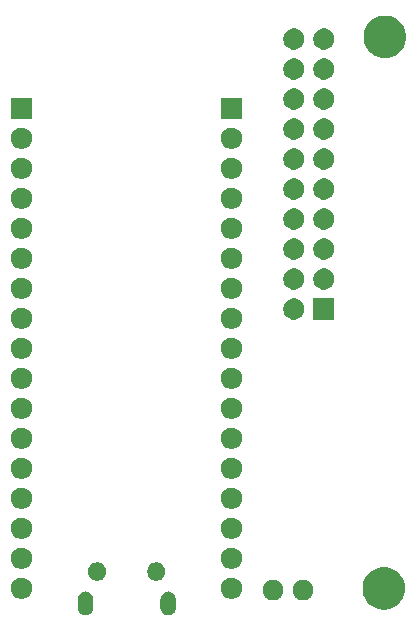
<source format=gbr>
G04 #@! TF.GenerationSoftware,KiCad,Pcbnew,(5.1.5-0-10_14)*
G04 #@! TF.CreationDate,2020-02-28T10:22:06-08:00*
G04 #@! TF.ProjectId,esp-prog,6573702d-7072-46f6-972e-6b696361645f,rev?*
G04 #@! TF.SameCoordinates,Original*
G04 #@! TF.FileFunction,Soldermask,Bot*
G04 #@! TF.FilePolarity,Negative*
%FSLAX46Y46*%
G04 Gerber Fmt 4.6, Leading zero omitted, Abs format (unit mm)*
G04 Created by KiCad (PCBNEW (5.1.5-0-10_14)) date 2020-02-28 10:22:06*
%MOMM*%
%LPD*%
G04 APERTURE LIST*
%ADD10C,0.127000*%
G04 APERTURE END LIST*
D10*
G36*
X35027618Y-70895920D02*
G01*
X35118404Y-70923460D01*
X35150336Y-70933146D01*
X35263425Y-70993594D01*
X35362554Y-71074946D01*
X35443906Y-71174075D01*
X35504354Y-71287164D01*
X35514040Y-71319096D01*
X35541580Y-71409882D01*
X35551000Y-71505527D01*
X35551000Y-72269473D01*
X35541580Y-72365118D01*
X35514040Y-72455904D01*
X35504354Y-72487836D01*
X35443906Y-72600925D01*
X35362554Y-72700053D01*
X35263424Y-72781406D01*
X35150335Y-72841854D01*
X35118403Y-72851540D01*
X35027617Y-72879080D01*
X34900000Y-72891649D01*
X34772382Y-72879080D01*
X34681596Y-72851540D01*
X34649664Y-72841854D01*
X34536575Y-72781406D01*
X34437447Y-72700054D01*
X34356094Y-72600924D01*
X34295646Y-72487835D01*
X34276161Y-72423600D01*
X34258420Y-72365117D01*
X34249000Y-72269472D01*
X34249000Y-71505527D01*
X34258420Y-71409882D01*
X34295645Y-71287168D01*
X34350601Y-71184354D01*
X34356095Y-71174075D01*
X34437447Y-71074946D01*
X34536576Y-70993594D01*
X34649665Y-70933146D01*
X34681597Y-70923460D01*
X34772383Y-70895920D01*
X34900000Y-70883351D01*
X35027618Y-70895920D01*
G37*
G36*
X42027617Y-70895920D02*
G01*
X42118403Y-70923460D01*
X42150335Y-70933146D01*
X42263424Y-70993594D01*
X42362554Y-71074947D01*
X42443906Y-71174075D01*
X42504354Y-71287164D01*
X42514040Y-71319096D01*
X42541580Y-71409882D01*
X42551000Y-71505527D01*
X42551000Y-72269473D01*
X42541580Y-72365118D01*
X42514040Y-72455904D01*
X42504354Y-72487836D01*
X42443906Y-72600925D01*
X42362554Y-72700054D01*
X42263425Y-72781406D01*
X42150336Y-72841854D01*
X42118404Y-72851540D01*
X42027618Y-72879080D01*
X41900000Y-72891649D01*
X41772383Y-72879080D01*
X41681597Y-72851540D01*
X41649665Y-72841854D01*
X41536576Y-72781406D01*
X41437447Y-72700054D01*
X41356095Y-72600925D01*
X41295648Y-72487837D01*
X41295645Y-72487832D01*
X41258420Y-72365118D01*
X41249000Y-72269473D01*
X41249000Y-71505528D01*
X41258420Y-71409883D01*
X41295645Y-71287169D01*
X41295646Y-71287165D01*
X41356094Y-71174076D01*
X41437447Y-71074946D01*
X41536575Y-70993594D01*
X41649664Y-70933146D01*
X41681596Y-70923460D01*
X41772382Y-70895920D01*
X41900000Y-70883351D01*
X42027617Y-70895920D01*
G37*
G36*
X60365366Y-68819926D02*
G01*
X60696091Y-68885711D01*
X61024325Y-69021670D01*
X61319728Y-69219052D01*
X61570948Y-69470272D01*
X61768330Y-69765675D01*
X61904289Y-70093909D01*
X61923654Y-70191264D01*
X61973600Y-70442360D01*
X61973600Y-70797640D01*
X61958647Y-70872812D01*
X61904289Y-71146091D01*
X61768330Y-71474325D01*
X61570948Y-71769728D01*
X61319728Y-72020948D01*
X61024325Y-72218330D01*
X60696091Y-72354289D01*
X60521865Y-72388945D01*
X60347640Y-72423600D01*
X59992360Y-72423600D01*
X59818135Y-72388945D01*
X59643909Y-72354289D01*
X59315675Y-72218330D01*
X59020272Y-72020948D01*
X58769052Y-71769728D01*
X58571670Y-71474325D01*
X58435711Y-71146091D01*
X58381353Y-70872812D01*
X58366400Y-70797640D01*
X58366400Y-70442360D01*
X58416346Y-70191264D01*
X58435711Y-70093909D01*
X58571670Y-69765675D01*
X58769052Y-69470272D01*
X59020272Y-69219052D01*
X59315675Y-69021670D01*
X59643909Y-68885711D01*
X59974634Y-68819926D01*
X59992360Y-68816400D01*
X60347640Y-68816400D01*
X60365366Y-68819926D01*
G37*
G36*
X50950997Y-69890342D02*
G01*
X51035666Y-69907183D01*
X51099632Y-69933679D01*
X51195177Y-69973255D01*
X51338736Y-70069178D01*
X51460822Y-70191264D01*
X51556745Y-70334823D01*
X51622817Y-70494335D01*
X51656500Y-70663671D01*
X51656500Y-70836329D01*
X51622817Y-71005665D01*
X51556745Y-71165177D01*
X51460822Y-71308736D01*
X51338736Y-71430822D01*
X51195177Y-71526745D01*
X51101738Y-71565449D01*
X51035666Y-71592817D01*
X50950997Y-71609658D01*
X50866329Y-71626500D01*
X50693671Y-71626500D01*
X50609003Y-71609658D01*
X50524334Y-71592817D01*
X50458262Y-71565449D01*
X50364823Y-71526745D01*
X50221264Y-71430822D01*
X50099178Y-71308736D01*
X50003255Y-71165177D01*
X49937183Y-71005665D01*
X49903500Y-70836329D01*
X49903500Y-70663671D01*
X49937183Y-70494335D01*
X50003255Y-70334823D01*
X50099178Y-70191264D01*
X50221264Y-70069178D01*
X50364823Y-69973255D01*
X50460368Y-69933679D01*
X50524334Y-69907183D01*
X50609003Y-69890342D01*
X50693671Y-69873500D01*
X50866329Y-69873500D01*
X50950997Y-69890342D01*
G37*
G36*
X53490997Y-69890342D02*
G01*
X53575666Y-69907183D01*
X53639632Y-69933679D01*
X53735177Y-69973255D01*
X53878736Y-70069178D01*
X54000822Y-70191264D01*
X54096745Y-70334823D01*
X54162817Y-70494335D01*
X54196500Y-70663671D01*
X54196500Y-70836329D01*
X54162817Y-71005665D01*
X54096745Y-71165177D01*
X54000822Y-71308736D01*
X53878736Y-71430822D01*
X53735177Y-71526745D01*
X53641738Y-71565449D01*
X53575666Y-71592817D01*
X53490997Y-71609658D01*
X53406329Y-71626500D01*
X53233671Y-71626500D01*
X53149003Y-71609658D01*
X53064334Y-71592817D01*
X52998262Y-71565449D01*
X52904823Y-71526745D01*
X52761264Y-71430822D01*
X52639178Y-71308736D01*
X52543255Y-71165177D01*
X52477183Y-71005665D01*
X52443500Y-70836329D01*
X52443500Y-70663671D01*
X52477183Y-70494335D01*
X52543255Y-70334823D01*
X52639178Y-70191264D01*
X52761264Y-70069178D01*
X52904823Y-69973255D01*
X53000368Y-69933679D01*
X53064334Y-69907183D01*
X53149003Y-69890342D01*
X53233671Y-69873500D01*
X53406329Y-69873500D01*
X53490997Y-69890342D01*
G37*
G36*
X47363512Y-69713927D02*
G01*
X47512812Y-69743624D01*
X47676784Y-69811544D01*
X47824354Y-69910147D01*
X47949853Y-70035646D01*
X48048456Y-70183216D01*
X48116376Y-70347188D01*
X48151000Y-70521259D01*
X48151000Y-70698741D01*
X48116376Y-70872812D01*
X48048456Y-71036784D01*
X47949853Y-71184354D01*
X47824354Y-71309853D01*
X47676784Y-71408456D01*
X47512812Y-71476376D01*
X47366261Y-71505526D01*
X47338742Y-71511000D01*
X47161258Y-71511000D01*
X47133739Y-71505526D01*
X46987188Y-71476376D01*
X46823216Y-71408456D01*
X46675646Y-71309853D01*
X46550147Y-71184354D01*
X46451544Y-71036784D01*
X46383624Y-70872812D01*
X46349000Y-70698741D01*
X46349000Y-70521259D01*
X46383624Y-70347188D01*
X46451544Y-70183216D01*
X46550147Y-70035646D01*
X46675646Y-69910147D01*
X46823216Y-69811544D01*
X46987188Y-69743624D01*
X47136488Y-69713927D01*
X47161258Y-69709000D01*
X47338742Y-69709000D01*
X47363512Y-69713927D01*
G37*
G36*
X29583512Y-69713927D02*
G01*
X29732812Y-69743624D01*
X29896784Y-69811544D01*
X30044354Y-69910147D01*
X30169853Y-70035646D01*
X30268456Y-70183216D01*
X30336376Y-70347188D01*
X30371000Y-70521259D01*
X30371000Y-70698741D01*
X30336376Y-70872812D01*
X30268456Y-71036784D01*
X30169853Y-71184354D01*
X30044354Y-71309853D01*
X29896784Y-71408456D01*
X29732812Y-71476376D01*
X29586261Y-71505526D01*
X29558742Y-71511000D01*
X29381258Y-71511000D01*
X29353739Y-71505526D01*
X29207188Y-71476376D01*
X29043216Y-71408456D01*
X28895646Y-71309853D01*
X28770147Y-71184354D01*
X28671544Y-71036784D01*
X28603624Y-70872812D01*
X28569000Y-70698741D01*
X28569000Y-70521259D01*
X28603624Y-70347188D01*
X28671544Y-70183216D01*
X28770147Y-70035646D01*
X28895646Y-69910147D01*
X29043216Y-69811544D01*
X29207188Y-69743624D01*
X29356488Y-69713927D01*
X29381258Y-69709000D01*
X29558742Y-69709000D01*
X29583512Y-69713927D01*
G37*
G36*
X36126348Y-68441320D02*
G01*
X36126350Y-68441321D01*
X36126351Y-68441321D01*
X36267574Y-68499817D01*
X36267577Y-68499819D01*
X36394669Y-68584739D01*
X36502761Y-68692831D01*
X36554225Y-68769853D01*
X36587683Y-68819926D01*
X36646179Y-68961149D01*
X36646180Y-68961152D01*
X36676000Y-69111069D01*
X36676000Y-69263929D01*
X36646179Y-69413851D01*
X36587683Y-69555074D01*
X36587681Y-69555077D01*
X36502761Y-69682169D01*
X36394669Y-69790261D01*
X36270093Y-69873500D01*
X36267574Y-69875183D01*
X36126351Y-69933679D01*
X36126350Y-69933679D01*
X36126348Y-69933680D01*
X35976431Y-69963500D01*
X35823569Y-69963500D01*
X35673652Y-69933680D01*
X35673650Y-69933679D01*
X35673649Y-69933679D01*
X35532426Y-69875183D01*
X35529907Y-69873500D01*
X35405331Y-69790261D01*
X35297239Y-69682169D01*
X35212319Y-69555077D01*
X35212317Y-69555074D01*
X35153821Y-69413851D01*
X35124000Y-69263929D01*
X35124000Y-69111069D01*
X35153820Y-68961152D01*
X35153821Y-68961149D01*
X35212317Y-68819926D01*
X35245775Y-68769853D01*
X35297239Y-68692831D01*
X35405331Y-68584739D01*
X35532423Y-68499819D01*
X35532426Y-68499817D01*
X35673649Y-68441321D01*
X35673650Y-68441321D01*
X35673652Y-68441320D01*
X35823569Y-68411500D01*
X35976431Y-68411500D01*
X36126348Y-68441320D01*
G37*
G36*
X41126348Y-68441320D02*
G01*
X41126350Y-68441321D01*
X41126351Y-68441321D01*
X41267574Y-68499817D01*
X41267577Y-68499819D01*
X41394669Y-68584739D01*
X41502761Y-68692831D01*
X41554225Y-68769853D01*
X41587683Y-68819926D01*
X41646179Y-68961149D01*
X41646180Y-68961152D01*
X41676000Y-69111069D01*
X41676000Y-69263929D01*
X41646179Y-69413851D01*
X41587683Y-69555074D01*
X41587681Y-69555077D01*
X41502761Y-69682169D01*
X41394669Y-69790261D01*
X41270093Y-69873500D01*
X41267574Y-69875183D01*
X41126351Y-69933679D01*
X41126350Y-69933679D01*
X41126348Y-69933680D01*
X40976431Y-69963500D01*
X40823569Y-69963500D01*
X40673652Y-69933680D01*
X40673650Y-69933679D01*
X40673649Y-69933679D01*
X40532426Y-69875183D01*
X40529907Y-69873500D01*
X40405331Y-69790261D01*
X40297239Y-69682169D01*
X40212319Y-69555077D01*
X40212317Y-69555074D01*
X40153821Y-69413851D01*
X40124000Y-69263929D01*
X40124000Y-69111069D01*
X40153820Y-68961152D01*
X40153821Y-68961149D01*
X40212317Y-68819926D01*
X40245775Y-68769853D01*
X40297239Y-68692831D01*
X40405331Y-68584739D01*
X40532423Y-68499819D01*
X40532426Y-68499817D01*
X40673649Y-68441321D01*
X40673650Y-68441321D01*
X40673652Y-68441320D01*
X40823569Y-68411500D01*
X40976431Y-68411500D01*
X41126348Y-68441320D01*
G37*
G36*
X47363512Y-67173927D02*
G01*
X47512812Y-67203624D01*
X47676784Y-67271544D01*
X47824354Y-67370147D01*
X47949853Y-67495646D01*
X48048456Y-67643216D01*
X48116376Y-67807188D01*
X48151000Y-67981259D01*
X48151000Y-68158741D01*
X48116376Y-68332812D01*
X48048456Y-68496784D01*
X47949853Y-68644354D01*
X47824354Y-68769853D01*
X47676784Y-68868456D01*
X47512812Y-68936376D01*
X47363512Y-68966073D01*
X47338742Y-68971000D01*
X47161258Y-68971000D01*
X47136488Y-68966073D01*
X46987188Y-68936376D01*
X46823216Y-68868456D01*
X46675646Y-68769853D01*
X46550147Y-68644354D01*
X46451544Y-68496784D01*
X46383624Y-68332812D01*
X46349000Y-68158741D01*
X46349000Y-67981259D01*
X46383624Y-67807188D01*
X46451544Y-67643216D01*
X46550147Y-67495646D01*
X46675646Y-67370147D01*
X46823216Y-67271544D01*
X46987188Y-67203624D01*
X47136488Y-67173927D01*
X47161258Y-67169000D01*
X47338742Y-67169000D01*
X47363512Y-67173927D01*
G37*
G36*
X29583512Y-67173927D02*
G01*
X29732812Y-67203624D01*
X29896784Y-67271544D01*
X30044354Y-67370147D01*
X30169853Y-67495646D01*
X30268456Y-67643216D01*
X30336376Y-67807188D01*
X30371000Y-67981259D01*
X30371000Y-68158741D01*
X30336376Y-68332812D01*
X30268456Y-68496784D01*
X30169853Y-68644354D01*
X30044354Y-68769853D01*
X29896784Y-68868456D01*
X29732812Y-68936376D01*
X29583512Y-68966073D01*
X29558742Y-68971000D01*
X29381258Y-68971000D01*
X29356488Y-68966073D01*
X29207188Y-68936376D01*
X29043216Y-68868456D01*
X28895646Y-68769853D01*
X28770147Y-68644354D01*
X28671544Y-68496784D01*
X28603624Y-68332812D01*
X28569000Y-68158741D01*
X28569000Y-67981259D01*
X28603624Y-67807188D01*
X28671544Y-67643216D01*
X28770147Y-67495646D01*
X28895646Y-67370147D01*
X29043216Y-67271544D01*
X29207188Y-67203624D01*
X29356488Y-67173927D01*
X29381258Y-67169000D01*
X29558742Y-67169000D01*
X29583512Y-67173927D01*
G37*
G36*
X47363512Y-64633927D02*
G01*
X47512812Y-64663624D01*
X47676784Y-64731544D01*
X47824354Y-64830147D01*
X47949853Y-64955646D01*
X48048456Y-65103216D01*
X48116376Y-65267188D01*
X48151000Y-65441259D01*
X48151000Y-65618741D01*
X48116376Y-65792812D01*
X48048456Y-65956784D01*
X47949853Y-66104354D01*
X47824354Y-66229853D01*
X47676784Y-66328456D01*
X47512812Y-66396376D01*
X47363512Y-66426073D01*
X47338742Y-66431000D01*
X47161258Y-66431000D01*
X47136488Y-66426073D01*
X46987188Y-66396376D01*
X46823216Y-66328456D01*
X46675646Y-66229853D01*
X46550147Y-66104354D01*
X46451544Y-65956784D01*
X46383624Y-65792812D01*
X46349000Y-65618741D01*
X46349000Y-65441259D01*
X46383624Y-65267188D01*
X46451544Y-65103216D01*
X46550147Y-64955646D01*
X46675646Y-64830147D01*
X46823216Y-64731544D01*
X46987188Y-64663624D01*
X47136488Y-64633927D01*
X47161258Y-64629000D01*
X47338742Y-64629000D01*
X47363512Y-64633927D01*
G37*
G36*
X29583512Y-64633927D02*
G01*
X29732812Y-64663624D01*
X29896784Y-64731544D01*
X30044354Y-64830147D01*
X30169853Y-64955646D01*
X30268456Y-65103216D01*
X30336376Y-65267188D01*
X30371000Y-65441259D01*
X30371000Y-65618741D01*
X30336376Y-65792812D01*
X30268456Y-65956784D01*
X30169853Y-66104354D01*
X30044354Y-66229853D01*
X29896784Y-66328456D01*
X29732812Y-66396376D01*
X29583512Y-66426073D01*
X29558742Y-66431000D01*
X29381258Y-66431000D01*
X29356488Y-66426073D01*
X29207188Y-66396376D01*
X29043216Y-66328456D01*
X28895646Y-66229853D01*
X28770147Y-66104354D01*
X28671544Y-65956784D01*
X28603624Y-65792812D01*
X28569000Y-65618741D01*
X28569000Y-65441259D01*
X28603624Y-65267188D01*
X28671544Y-65103216D01*
X28770147Y-64955646D01*
X28895646Y-64830147D01*
X29043216Y-64731544D01*
X29207188Y-64663624D01*
X29356488Y-64633927D01*
X29381258Y-64629000D01*
X29558742Y-64629000D01*
X29583512Y-64633927D01*
G37*
G36*
X29583512Y-62093927D02*
G01*
X29732812Y-62123624D01*
X29896784Y-62191544D01*
X30044354Y-62290147D01*
X30169853Y-62415646D01*
X30268456Y-62563216D01*
X30336376Y-62727188D01*
X30371000Y-62901259D01*
X30371000Y-63078741D01*
X30336376Y-63252812D01*
X30268456Y-63416784D01*
X30169853Y-63564354D01*
X30044354Y-63689853D01*
X29896784Y-63788456D01*
X29732812Y-63856376D01*
X29583512Y-63886073D01*
X29558742Y-63891000D01*
X29381258Y-63891000D01*
X29356488Y-63886073D01*
X29207188Y-63856376D01*
X29043216Y-63788456D01*
X28895646Y-63689853D01*
X28770147Y-63564354D01*
X28671544Y-63416784D01*
X28603624Y-63252812D01*
X28569000Y-63078741D01*
X28569000Y-62901259D01*
X28603624Y-62727188D01*
X28671544Y-62563216D01*
X28770147Y-62415646D01*
X28895646Y-62290147D01*
X29043216Y-62191544D01*
X29207188Y-62123624D01*
X29356488Y-62093927D01*
X29381258Y-62089000D01*
X29558742Y-62089000D01*
X29583512Y-62093927D01*
G37*
G36*
X47363512Y-62093927D02*
G01*
X47512812Y-62123624D01*
X47676784Y-62191544D01*
X47824354Y-62290147D01*
X47949853Y-62415646D01*
X48048456Y-62563216D01*
X48116376Y-62727188D01*
X48151000Y-62901259D01*
X48151000Y-63078741D01*
X48116376Y-63252812D01*
X48048456Y-63416784D01*
X47949853Y-63564354D01*
X47824354Y-63689853D01*
X47676784Y-63788456D01*
X47512812Y-63856376D01*
X47363512Y-63886073D01*
X47338742Y-63891000D01*
X47161258Y-63891000D01*
X47136488Y-63886073D01*
X46987188Y-63856376D01*
X46823216Y-63788456D01*
X46675646Y-63689853D01*
X46550147Y-63564354D01*
X46451544Y-63416784D01*
X46383624Y-63252812D01*
X46349000Y-63078741D01*
X46349000Y-62901259D01*
X46383624Y-62727188D01*
X46451544Y-62563216D01*
X46550147Y-62415646D01*
X46675646Y-62290147D01*
X46823216Y-62191544D01*
X46987188Y-62123624D01*
X47136488Y-62093927D01*
X47161258Y-62089000D01*
X47338742Y-62089000D01*
X47363512Y-62093927D01*
G37*
G36*
X29583512Y-59553927D02*
G01*
X29732812Y-59583624D01*
X29896784Y-59651544D01*
X30044354Y-59750147D01*
X30169853Y-59875646D01*
X30268456Y-60023216D01*
X30336376Y-60187188D01*
X30371000Y-60361259D01*
X30371000Y-60538741D01*
X30336376Y-60712812D01*
X30268456Y-60876784D01*
X30169853Y-61024354D01*
X30044354Y-61149853D01*
X29896784Y-61248456D01*
X29732812Y-61316376D01*
X29583512Y-61346073D01*
X29558742Y-61351000D01*
X29381258Y-61351000D01*
X29356488Y-61346073D01*
X29207188Y-61316376D01*
X29043216Y-61248456D01*
X28895646Y-61149853D01*
X28770147Y-61024354D01*
X28671544Y-60876784D01*
X28603624Y-60712812D01*
X28569000Y-60538741D01*
X28569000Y-60361259D01*
X28603624Y-60187188D01*
X28671544Y-60023216D01*
X28770147Y-59875646D01*
X28895646Y-59750147D01*
X29043216Y-59651544D01*
X29207188Y-59583624D01*
X29356488Y-59553927D01*
X29381258Y-59549000D01*
X29558742Y-59549000D01*
X29583512Y-59553927D01*
G37*
G36*
X47363512Y-59553927D02*
G01*
X47512812Y-59583624D01*
X47676784Y-59651544D01*
X47824354Y-59750147D01*
X47949853Y-59875646D01*
X48048456Y-60023216D01*
X48116376Y-60187188D01*
X48151000Y-60361259D01*
X48151000Y-60538741D01*
X48116376Y-60712812D01*
X48048456Y-60876784D01*
X47949853Y-61024354D01*
X47824354Y-61149853D01*
X47676784Y-61248456D01*
X47512812Y-61316376D01*
X47363512Y-61346073D01*
X47338742Y-61351000D01*
X47161258Y-61351000D01*
X47136488Y-61346073D01*
X46987188Y-61316376D01*
X46823216Y-61248456D01*
X46675646Y-61149853D01*
X46550147Y-61024354D01*
X46451544Y-60876784D01*
X46383624Y-60712812D01*
X46349000Y-60538741D01*
X46349000Y-60361259D01*
X46383624Y-60187188D01*
X46451544Y-60023216D01*
X46550147Y-59875646D01*
X46675646Y-59750147D01*
X46823216Y-59651544D01*
X46987188Y-59583624D01*
X47136488Y-59553927D01*
X47161258Y-59549000D01*
X47338742Y-59549000D01*
X47363512Y-59553927D01*
G37*
G36*
X29583512Y-57013927D02*
G01*
X29732812Y-57043624D01*
X29896784Y-57111544D01*
X30044354Y-57210147D01*
X30169853Y-57335646D01*
X30268456Y-57483216D01*
X30336376Y-57647188D01*
X30371000Y-57821259D01*
X30371000Y-57998741D01*
X30336376Y-58172812D01*
X30268456Y-58336784D01*
X30169853Y-58484354D01*
X30044354Y-58609853D01*
X29896784Y-58708456D01*
X29732812Y-58776376D01*
X29583512Y-58806073D01*
X29558742Y-58811000D01*
X29381258Y-58811000D01*
X29356488Y-58806073D01*
X29207188Y-58776376D01*
X29043216Y-58708456D01*
X28895646Y-58609853D01*
X28770147Y-58484354D01*
X28671544Y-58336784D01*
X28603624Y-58172812D01*
X28569000Y-57998741D01*
X28569000Y-57821259D01*
X28603624Y-57647188D01*
X28671544Y-57483216D01*
X28770147Y-57335646D01*
X28895646Y-57210147D01*
X29043216Y-57111544D01*
X29207188Y-57043624D01*
X29356488Y-57013927D01*
X29381258Y-57009000D01*
X29558742Y-57009000D01*
X29583512Y-57013927D01*
G37*
G36*
X47363512Y-57013927D02*
G01*
X47512812Y-57043624D01*
X47676784Y-57111544D01*
X47824354Y-57210147D01*
X47949853Y-57335646D01*
X48048456Y-57483216D01*
X48116376Y-57647188D01*
X48151000Y-57821259D01*
X48151000Y-57998741D01*
X48116376Y-58172812D01*
X48048456Y-58336784D01*
X47949853Y-58484354D01*
X47824354Y-58609853D01*
X47676784Y-58708456D01*
X47512812Y-58776376D01*
X47363512Y-58806073D01*
X47338742Y-58811000D01*
X47161258Y-58811000D01*
X47136488Y-58806073D01*
X46987188Y-58776376D01*
X46823216Y-58708456D01*
X46675646Y-58609853D01*
X46550147Y-58484354D01*
X46451544Y-58336784D01*
X46383624Y-58172812D01*
X46349000Y-57998741D01*
X46349000Y-57821259D01*
X46383624Y-57647188D01*
X46451544Y-57483216D01*
X46550147Y-57335646D01*
X46675646Y-57210147D01*
X46823216Y-57111544D01*
X46987188Y-57043624D01*
X47136488Y-57013927D01*
X47161258Y-57009000D01*
X47338742Y-57009000D01*
X47363512Y-57013927D01*
G37*
G36*
X29583512Y-54473927D02*
G01*
X29732812Y-54503624D01*
X29896784Y-54571544D01*
X30044354Y-54670147D01*
X30169853Y-54795646D01*
X30268456Y-54943216D01*
X30336376Y-55107188D01*
X30371000Y-55281259D01*
X30371000Y-55458741D01*
X30336376Y-55632812D01*
X30268456Y-55796784D01*
X30169853Y-55944354D01*
X30044354Y-56069853D01*
X29896784Y-56168456D01*
X29732812Y-56236376D01*
X29583512Y-56266073D01*
X29558742Y-56271000D01*
X29381258Y-56271000D01*
X29356488Y-56266073D01*
X29207188Y-56236376D01*
X29043216Y-56168456D01*
X28895646Y-56069853D01*
X28770147Y-55944354D01*
X28671544Y-55796784D01*
X28603624Y-55632812D01*
X28569000Y-55458741D01*
X28569000Y-55281259D01*
X28603624Y-55107188D01*
X28671544Y-54943216D01*
X28770147Y-54795646D01*
X28895646Y-54670147D01*
X29043216Y-54571544D01*
X29207188Y-54503624D01*
X29356488Y-54473927D01*
X29381258Y-54469000D01*
X29558742Y-54469000D01*
X29583512Y-54473927D01*
G37*
G36*
X47363512Y-54473927D02*
G01*
X47512812Y-54503624D01*
X47676784Y-54571544D01*
X47824354Y-54670147D01*
X47949853Y-54795646D01*
X48048456Y-54943216D01*
X48116376Y-55107188D01*
X48151000Y-55281259D01*
X48151000Y-55458741D01*
X48116376Y-55632812D01*
X48048456Y-55796784D01*
X47949853Y-55944354D01*
X47824354Y-56069853D01*
X47676784Y-56168456D01*
X47512812Y-56236376D01*
X47363512Y-56266073D01*
X47338742Y-56271000D01*
X47161258Y-56271000D01*
X47136488Y-56266073D01*
X46987188Y-56236376D01*
X46823216Y-56168456D01*
X46675646Y-56069853D01*
X46550147Y-55944354D01*
X46451544Y-55796784D01*
X46383624Y-55632812D01*
X46349000Y-55458741D01*
X46349000Y-55281259D01*
X46383624Y-55107188D01*
X46451544Y-54943216D01*
X46550147Y-54795646D01*
X46675646Y-54670147D01*
X46823216Y-54571544D01*
X46987188Y-54503624D01*
X47136488Y-54473927D01*
X47161258Y-54469000D01*
X47338742Y-54469000D01*
X47363512Y-54473927D01*
G37*
G36*
X47363512Y-51933927D02*
G01*
X47512812Y-51963624D01*
X47676784Y-52031544D01*
X47824354Y-52130147D01*
X47949853Y-52255646D01*
X48048456Y-52403216D01*
X48116376Y-52567188D01*
X48151000Y-52741259D01*
X48151000Y-52918741D01*
X48116376Y-53092812D01*
X48048456Y-53256784D01*
X47949853Y-53404354D01*
X47824354Y-53529853D01*
X47676784Y-53628456D01*
X47512812Y-53696376D01*
X47363512Y-53726073D01*
X47338742Y-53731000D01*
X47161258Y-53731000D01*
X47136488Y-53726073D01*
X46987188Y-53696376D01*
X46823216Y-53628456D01*
X46675646Y-53529853D01*
X46550147Y-53404354D01*
X46451544Y-53256784D01*
X46383624Y-53092812D01*
X46349000Y-52918741D01*
X46349000Y-52741259D01*
X46383624Y-52567188D01*
X46451544Y-52403216D01*
X46550147Y-52255646D01*
X46675646Y-52130147D01*
X46823216Y-52031544D01*
X46987188Y-51963624D01*
X47136488Y-51933927D01*
X47161258Y-51929000D01*
X47338742Y-51929000D01*
X47363512Y-51933927D01*
G37*
G36*
X29583512Y-51933927D02*
G01*
X29732812Y-51963624D01*
X29896784Y-52031544D01*
X30044354Y-52130147D01*
X30169853Y-52255646D01*
X30268456Y-52403216D01*
X30336376Y-52567188D01*
X30371000Y-52741259D01*
X30371000Y-52918741D01*
X30336376Y-53092812D01*
X30268456Y-53256784D01*
X30169853Y-53404354D01*
X30044354Y-53529853D01*
X29896784Y-53628456D01*
X29732812Y-53696376D01*
X29583512Y-53726073D01*
X29558742Y-53731000D01*
X29381258Y-53731000D01*
X29356488Y-53726073D01*
X29207188Y-53696376D01*
X29043216Y-53628456D01*
X28895646Y-53529853D01*
X28770147Y-53404354D01*
X28671544Y-53256784D01*
X28603624Y-53092812D01*
X28569000Y-52918741D01*
X28569000Y-52741259D01*
X28603624Y-52567188D01*
X28671544Y-52403216D01*
X28770147Y-52255646D01*
X28895646Y-52130147D01*
X29043216Y-52031544D01*
X29207188Y-51963624D01*
X29356488Y-51933927D01*
X29381258Y-51929000D01*
X29558742Y-51929000D01*
X29583512Y-51933927D01*
G37*
G36*
X47363512Y-49393927D02*
G01*
X47512812Y-49423624D01*
X47676784Y-49491544D01*
X47824354Y-49590147D01*
X47949853Y-49715646D01*
X48048456Y-49863216D01*
X48116376Y-50027188D01*
X48151000Y-50201259D01*
X48151000Y-50378741D01*
X48116376Y-50552812D01*
X48048456Y-50716784D01*
X47949853Y-50864354D01*
X47824354Y-50989853D01*
X47676784Y-51088456D01*
X47512812Y-51156376D01*
X47363512Y-51186073D01*
X47338742Y-51191000D01*
X47161258Y-51191000D01*
X47136488Y-51186073D01*
X46987188Y-51156376D01*
X46823216Y-51088456D01*
X46675646Y-50989853D01*
X46550147Y-50864354D01*
X46451544Y-50716784D01*
X46383624Y-50552812D01*
X46349000Y-50378741D01*
X46349000Y-50201259D01*
X46383624Y-50027188D01*
X46451544Y-49863216D01*
X46550147Y-49715646D01*
X46675646Y-49590147D01*
X46823216Y-49491544D01*
X46987188Y-49423624D01*
X47136488Y-49393927D01*
X47161258Y-49389000D01*
X47338742Y-49389000D01*
X47363512Y-49393927D01*
G37*
G36*
X29583512Y-49393927D02*
G01*
X29732812Y-49423624D01*
X29896784Y-49491544D01*
X30044354Y-49590147D01*
X30169853Y-49715646D01*
X30268456Y-49863216D01*
X30336376Y-50027188D01*
X30371000Y-50201259D01*
X30371000Y-50378741D01*
X30336376Y-50552812D01*
X30268456Y-50716784D01*
X30169853Y-50864354D01*
X30044354Y-50989853D01*
X29896784Y-51088456D01*
X29732812Y-51156376D01*
X29583512Y-51186073D01*
X29558742Y-51191000D01*
X29381258Y-51191000D01*
X29356488Y-51186073D01*
X29207188Y-51156376D01*
X29043216Y-51088456D01*
X28895646Y-50989853D01*
X28770147Y-50864354D01*
X28671544Y-50716784D01*
X28603624Y-50552812D01*
X28569000Y-50378741D01*
X28569000Y-50201259D01*
X28603624Y-50027188D01*
X28671544Y-49863216D01*
X28770147Y-49715646D01*
X28895646Y-49590147D01*
X29043216Y-49491544D01*
X29207188Y-49423624D01*
X29356488Y-49393927D01*
X29381258Y-49389000D01*
X29558742Y-49389000D01*
X29583512Y-49393927D01*
G37*
G36*
X47363512Y-46853927D02*
G01*
X47512812Y-46883624D01*
X47676784Y-46951544D01*
X47824354Y-47050147D01*
X47949853Y-47175646D01*
X48048456Y-47323216D01*
X48116376Y-47487188D01*
X48146073Y-47636488D01*
X48150721Y-47659853D01*
X48151000Y-47661259D01*
X48151000Y-47838741D01*
X48116376Y-48012812D01*
X48048456Y-48176784D01*
X47949853Y-48324354D01*
X47824354Y-48449853D01*
X47676784Y-48548456D01*
X47512812Y-48616376D01*
X47363512Y-48646073D01*
X47338742Y-48651000D01*
X47161258Y-48651000D01*
X47136488Y-48646073D01*
X46987188Y-48616376D01*
X46823216Y-48548456D01*
X46675646Y-48449853D01*
X46550147Y-48324354D01*
X46451544Y-48176784D01*
X46383624Y-48012812D01*
X46349000Y-47838741D01*
X46349000Y-47661259D01*
X46349280Y-47659853D01*
X46353927Y-47636488D01*
X46383624Y-47487188D01*
X46451544Y-47323216D01*
X46550147Y-47175646D01*
X46675646Y-47050147D01*
X46823216Y-46951544D01*
X46987188Y-46883624D01*
X47136488Y-46853927D01*
X47161258Y-46849000D01*
X47338742Y-46849000D01*
X47363512Y-46853927D01*
G37*
G36*
X29583512Y-46853927D02*
G01*
X29732812Y-46883624D01*
X29896784Y-46951544D01*
X30044354Y-47050147D01*
X30169853Y-47175646D01*
X30268456Y-47323216D01*
X30336376Y-47487188D01*
X30366073Y-47636488D01*
X30370721Y-47659853D01*
X30371000Y-47661259D01*
X30371000Y-47838741D01*
X30336376Y-48012812D01*
X30268456Y-48176784D01*
X30169853Y-48324354D01*
X30044354Y-48449853D01*
X29896784Y-48548456D01*
X29732812Y-48616376D01*
X29583512Y-48646073D01*
X29558742Y-48651000D01*
X29381258Y-48651000D01*
X29356488Y-48646073D01*
X29207188Y-48616376D01*
X29043216Y-48548456D01*
X28895646Y-48449853D01*
X28770147Y-48324354D01*
X28671544Y-48176784D01*
X28603624Y-48012812D01*
X28569000Y-47838741D01*
X28569000Y-47661259D01*
X28569280Y-47659853D01*
X28573927Y-47636488D01*
X28603624Y-47487188D01*
X28671544Y-47323216D01*
X28770147Y-47175646D01*
X28895646Y-47050147D01*
X29043216Y-46951544D01*
X29207188Y-46883624D01*
X29356488Y-46853927D01*
X29381258Y-46849000D01*
X29558742Y-46849000D01*
X29583512Y-46853927D01*
G37*
G36*
X55981000Y-47861000D02*
G01*
X54179000Y-47861000D01*
X54179000Y-46059000D01*
X55981000Y-46059000D01*
X55981000Y-47861000D01*
G37*
G36*
X52653512Y-46063927D02*
G01*
X52802812Y-46093624D01*
X52966784Y-46161544D01*
X53114354Y-46260147D01*
X53239853Y-46385646D01*
X53338456Y-46533216D01*
X53406376Y-46697188D01*
X53436073Y-46846488D01*
X53441000Y-46871258D01*
X53441000Y-47048742D01*
X53440720Y-47050148D01*
X53406376Y-47222812D01*
X53338456Y-47386784D01*
X53239853Y-47534354D01*
X53114354Y-47659853D01*
X52966784Y-47758456D01*
X52802812Y-47826376D01*
X52653512Y-47856073D01*
X52628742Y-47861000D01*
X52451258Y-47861000D01*
X52426488Y-47856073D01*
X52277188Y-47826376D01*
X52113216Y-47758456D01*
X51965646Y-47659853D01*
X51840147Y-47534354D01*
X51741544Y-47386784D01*
X51673624Y-47222812D01*
X51639280Y-47050148D01*
X51639000Y-47048742D01*
X51639000Y-46871258D01*
X51643927Y-46846488D01*
X51673624Y-46697188D01*
X51741544Y-46533216D01*
X51840147Y-46385646D01*
X51965646Y-46260147D01*
X52113216Y-46161544D01*
X52277188Y-46093624D01*
X52426488Y-46063927D01*
X52451258Y-46059000D01*
X52628742Y-46059000D01*
X52653512Y-46063927D01*
G37*
G36*
X47363512Y-44313927D02*
G01*
X47512812Y-44343624D01*
X47676784Y-44411544D01*
X47824354Y-44510147D01*
X47949853Y-44635646D01*
X48048456Y-44783216D01*
X48116376Y-44947188D01*
X48146073Y-45096488D01*
X48150721Y-45119853D01*
X48151000Y-45121259D01*
X48151000Y-45298741D01*
X48116376Y-45472812D01*
X48048456Y-45636784D01*
X47949853Y-45784354D01*
X47824354Y-45909853D01*
X47676784Y-46008456D01*
X47512812Y-46076376D01*
X47363512Y-46106073D01*
X47338742Y-46111000D01*
X47161258Y-46111000D01*
X47136488Y-46106073D01*
X46987188Y-46076376D01*
X46823216Y-46008456D01*
X46675646Y-45909853D01*
X46550147Y-45784354D01*
X46451544Y-45636784D01*
X46383624Y-45472812D01*
X46349000Y-45298741D01*
X46349000Y-45121259D01*
X46349280Y-45119853D01*
X46353927Y-45096488D01*
X46383624Y-44947188D01*
X46451544Y-44783216D01*
X46550147Y-44635646D01*
X46675646Y-44510147D01*
X46823216Y-44411544D01*
X46987188Y-44343624D01*
X47136488Y-44313927D01*
X47161258Y-44309000D01*
X47338742Y-44309000D01*
X47363512Y-44313927D01*
G37*
G36*
X29583512Y-44313927D02*
G01*
X29732812Y-44343624D01*
X29896784Y-44411544D01*
X30044354Y-44510147D01*
X30169853Y-44635646D01*
X30268456Y-44783216D01*
X30336376Y-44947188D01*
X30366073Y-45096488D01*
X30370721Y-45119853D01*
X30371000Y-45121259D01*
X30371000Y-45298741D01*
X30336376Y-45472812D01*
X30268456Y-45636784D01*
X30169853Y-45784354D01*
X30044354Y-45909853D01*
X29896784Y-46008456D01*
X29732812Y-46076376D01*
X29583512Y-46106073D01*
X29558742Y-46111000D01*
X29381258Y-46111000D01*
X29356488Y-46106073D01*
X29207188Y-46076376D01*
X29043216Y-46008456D01*
X28895646Y-45909853D01*
X28770147Y-45784354D01*
X28671544Y-45636784D01*
X28603624Y-45472812D01*
X28569000Y-45298741D01*
X28569000Y-45121259D01*
X28569280Y-45119853D01*
X28573927Y-45096488D01*
X28603624Y-44947188D01*
X28671544Y-44783216D01*
X28770147Y-44635646D01*
X28895646Y-44510147D01*
X29043216Y-44411544D01*
X29207188Y-44343624D01*
X29356488Y-44313927D01*
X29381258Y-44309000D01*
X29558742Y-44309000D01*
X29583512Y-44313927D01*
G37*
G36*
X55193512Y-43523927D02*
G01*
X55342812Y-43553624D01*
X55506784Y-43621544D01*
X55654354Y-43720147D01*
X55779853Y-43845646D01*
X55878456Y-43993216D01*
X55946376Y-44157188D01*
X55976073Y-44306488D01*
X55981000Y-44331258D01*
X55981000Y-44508742D01*
X55980720Y-44510148D01*
X55946376Y-44682812D01*
X55878456Y-44846784D01*
X55779853Y-44994354D01*
X55654354Y-45119853D01*
X55506784Y-45218456D01*
X55342812Y-45286376D01*
X55193512Y-45316073D01*
X55168742Y-45321000D01*
X54991258Y-45321000D01*
X54966488Y-45316073D01*
X54817188Y-45286376D01*
X54653216Y-45218456D01*
X54505646Y-45119853D01*
X54380147Y-44994354D01*
X54281544Y-44846784D01*
X54213624Y-44682812D01*
X54179280Y-44510148D01*
X54179000Y-44508742D01*
X54179000Y-44331258D01*
X54183927Y-44306488D01*
X54213624Y-44157188D01*
X54281544Y-43993216D01*
X54380147Y-43845646D01*
X54505646Y-43720147D01*
X54653216Y-43621544D01*
X54817188Y-43553624D01*
X54966488Y-43523927D01*
X54991258Y-43519000D01*
X55168742Y-43519000D01*
X55193512Y-43523927D01*
G37*
G36*
X52653512Y-43523927D02*
G01*
X52802812Y-43553624D01*
X52966784Y-43621544D01*
X53114354Y-43720147D01*
X53239853Y-43845646D01*
X53338456Y-43993216D01*
X53406376Y-44157188D01*
X53436073Y-44306488D01*
X53441000Y-44331258D01*
X53441000Y-44508742D01*
X53440720Y-44510148D01*
X53406376Y-44682812D01*
X53338456Y-44846784D01*
X53239853Y-44994354D01*
X53114354Y-45119853D01*
X52966784Y-45218456D01*
X52802812Y-45286376D01*
X52653512Y-45316073D01*
X52628742Y-45321000D01*
X52451258Y-45321000D01*
X52426488Y-45316073D01*
X52277188Y-45286376D01*
X52113216Y-45218456D01*
X51965646Y-45119853D01*
X51840147Y-44994354D01*
X51741544Y-44846784D01*
X51673624Y-44682812D01*
X51639280Y-44510148D01*
X51639000Y-44508742D01*
X51639000Y-44331258D01*
X51643927Y-44306488D01*
X51673624Y-44157188D01*
X51741544Y-43993216D01*
X51840147Y-43845646D01*
X51965646Y-43720147D01*
X52113216Y-43621544D01*
X52277188Y-43553624D01*
X52426488Y-43523927D01*
X52451258Y-43519000D01*
X52628742Y-43519000D01*
X52653512Y-43523927D01*
G37*
G36*
X29583512Y-41773927D02*
G01*
X29732812Y-41803624D01*
X29896784Y-41871544D01*
X30044354Y-41970147D01*
X30169853Y-42095646D01*
X30268456Y-42243216D01*
X30336376Y-42407188D01*
X30366073Y-42556488D01*
X30370721Y-42579853D01*
X30371000Y-42581259D01*
X30371000Y-42758741D01*
X30336376Y-42932812D01*
X30268456Y-43096784D01*
X30169853Y-43244354D01*
X30044354Y-43369853D01*
X29896784Y-43468456D01*
X29732812Y-43536376D01*
X29583512Y-43566073D01*
X29558742Y-43571000D01*
X29381258Y-43571000D01*
X29356488Y-43566073D01*
X29207188Y-43536376D01*
X29043216Y-43468456D01*
X28895646Y-43369853D01*
X28770147Y-43244354D01*
X28671544Y-43096784D01*
X28603624Y-42932812D01*
X28569000Y-42758741D01*
X28569000Y-42581259D01*
X28569280Y-42579853D01*
X28573927Y-42556488D01*
X28603624Y-42407188D01*
X28671544Y-42243216D01*
X28770147Y-42095646D01*
X28895646Y-41970147D01*
X29043216Y-41871544D01*
X29207188Y-41803624D01*
X29356488Y-41773927D01*
X29381258Y-41769000D01*
X29558742Y-41769000D01*
X29583512Y-41773927D01*
G37*
G36*
X47363512Y-41773927D02*
G01*
X47512812Y-41803624D01*
X47676784Y-41871544D01*
X47824354Y-41970147D01*
X47949853Y-42095646D01*
X48048456Y-42243216D01*
X48116376Y-42407188D01*
X48146073Y-42556488D01*
X48150721Y-42579853D01*
X48151000Y-42581259D01*
X48151000Y-42758741D01*
X48116376Y-42932812D01*
X48048456Y-43096784D01*
X47949853Y-43244354D01*
X47824354Y-43369853D01*
X47676784Y-43468456D01*
X47512812Y-43536376D01*
X47363512Y-43566073D01*
X47338742Y-43571000D01*
X47161258Y-43571000D01*
X47136488Y-43566073D01*
X46987188Y-43536376D01*
X46823216Y-43468456D01*
X46675646Y-43369853D01*
X46550147Y-43244354D01*
X46451544Y-43096784D01*
X46383624Y-42932812D01*
X46349000Y-42758741D01*
X46349000Y-42581259D01*
X46349280Y-42579853D01*
X46353927Y-42556488D01*
X46383624Y-42407188D01*
X46451544Y-42243216D01*
X46550147Y-42095646D01*
X46675646Y-41970147D01*
X46823216Y-41871544D01*
X46987188Y-41803624D01*
X47136488Y-41773927D01*
X47161258Y-41769000D01*
X47338742Y-41769000D01*
X47363512Y-41773927D01*
G37*
G36*
X55193512Y-40983927D02*
G01*
X55342812Y-41013624D01*
X55506784Y-41081544D01*
X55654354Y-41180147D01*
X55779853Y-41305646D01*
X55878456Y-41453216D01*
X55946376Y-41617188D01*
X55976073Y-41766488D01*
X55981000Y-41791258D01*
X55981000Y-41968742D01*
X55980720Y-41970148D01*
X55946376Y-42142812D01*
X55878456Y-42306784D01*
X55779853Y-42454354D01*
X55654354Y-42579853D01*
X55506784Y-42678456D01*
X55342812Y-42746376D01*
X55193512Y-42776073D01*
X55168742Y-42781000D01*
X54991258Y-42781000D01*
X54966488Y-42776073D01*
X54817188Y-42746376D01*
X54653216Y-42678456D01*
X54505646Y-42579853D01*
X54380147Y-42454354D01*
X54281544Y-42306784D01*
X54213624Y-42142812D01*
X54179280Y-41970148D01*
X54179000Y-41968742D01*
X54179000Y-41791258D01*
X54183927Y-41766488D01*
X54213624Y-41617188D01*
X54281544Y-41453216D01*
X54380147Y-41305646D01*
X54505646Y-41180147D01*
X54653216Y-41081544D01*
X54817188Y-41013624D01*
X54966488Y-40983927D01*
X54991258Y-40979000D01*
X55168742Y-40979000D01*
X55193512Y-40983927D01*
G37*
G36*
X52653512Y-40983927D02*
G01*
X52802812Y-41013624D01*
X52966784Y-41081544D01*
X53114354Y-41180147D01*
X53239853Y-41305646D01*
X53338456Y-41453216D01*
X53406376Y-41617188D01*
X53436073Y-41766488D01*
X53441000Y-41791258D01*
X53441000Y-41968742D01*
X53440720Y-41970148D01*
X53406376Y-42142812D01*
X53338456Y-42306784D01*
X53239853Y-42454354D01*
X53114354Y-42579853D01*
X52966784Y-42678456D01*
X52802812Y-42746376D01*
X52653512Y-42776073D01*
X52628742Y-42781000D01*
X52451258Y-42781000D01*
X52426488Y-42776073D01*
X52277188Y-42746376D01*
X52113216Y-42678456D01*
X51965646Y-42579853D01*
X51840147Y-42454354D01*
X51741544Y-42306784D01*
X51673624Y-42142812D01*
X51639280Y-41970148D01*
X51639000Y-41968742D01*
X51639000Y-41791258D01*
X51643927Y-41766488D01*
X51673624Y-41617188D01*
X51741544Y-41453216D01*
X51840147Y-41305646D01*
X51965646Y-41180147D01*
X52113216Y-41081544D01*
X52277188Y-41013624D01*
X52426488Y-40983927D01*
X52451258Y-40979000D01*
X52628742Y-40979000D01*
X52653512Y-40983927D01*
G37*
G36*
X47363512Y-39233927D02*
G01*
X47512812Y-39263624D01*
X47676784Y-39331544D01*
X47824354Y-39430147D01*
X47949853Y-39555646D01*
X48048456Y-39703216D01*
X48116376Y-39867188D01*
X48146073Y-40016488D01*
X48150721Y-40039853D01*
X48151000Y-40041259D01*
X48151000Y-40218741D01*
X48116376Y-40392812D01*
X48048456Y-40556784D01*
X47949853Y-40704354D01*
X47824354Y-40829853D01*
X47676784Y-40928456D01*
X47512812Y-40996376D01*
X47363512Y-41026073D01*
X47338742Y-41031000D01*
X47161258Y-41031000D01*
X47136488Y-41026073D01*
X46987188Y-40996376D01*
X46823216Y-40928456D01*
X46675646Y-40829853D01*
X46550147Y-40704354D01*
X46451544Y-40556784D01*
X46383624Y-40392812D01*
X46349000Y-40218741D01*
X46349000Y-40041259D01*
X46349280Y-40039853D01*
X46353927Y-40016488D01*
X46383624Y-39867188D01*
X46451544Y-39703216D01*
X46550147Y-39555646D01*
X46675646Y-39430147D01*
X46823216Y-39331544D01*
X46987188Y-39263624D01*
X47136488Y-39233927D01*
X47161258Y-39229000D01*
X47338742Y-39229000D01*
X47363512Y-39233927D01*
G37*
G36*
X29583512Y-39233927D02*
G01*
X29732812Y-39263624D01*
X29896784Y-39331544D01*
X30044354Y-39430147D01*
X30169853Y-39555646D01*
X30268456Y-39703216D01*
X30336376Y-39867188D01*
X30366073Y-40016488D01*
X30370721Y-40039853D01*
X30371000Y-40041259D01*
X30371000Y-40218741D01*
X30336376Y-40392812D01*
X30268456Y-40556784D01*
X30169853Y-40704354D01*
X30044354Y-40829853D01*
X29896784Y-40928456D01*
X29732812Y-40996376D01*
X29583512Y-41026073D01*
X29558742Y-41031000D01*
X29381258Y-41031000D01*
X29356488Y-41026073D01*
X29207188Y-40996376D01*
X29043216Y-40928456D01*
X28895646Y-40829853D01*
X28770147Y-40704354D01*
X28671544Y-40556784D01*
X28603624Y-40392812D01*
X28569000Y-40218741D01*
X28569000Y-40041259D01*
X28569280Y-40039853D01*
X28573927Y-40016488D01*
X28603624Y-39867188D01*
X28671544Y-39703216D01*
X28770147Y-39555646D01*
X28895646Y-39430147D01*
X29043216Y-39331544D01*
X29207188Y-39263624D01*
X29356488Y-39233927D01*
X29381258Y-39229000D01*
X29558742Y-39229000D01*
X29583512Y-39233927D01*
G37*
G36*
X55193512Y-38443927D02*
G01*
X55342812Y-38473624D01*
X55506784Y-38541544D01*
X55654354Y-38640147D01*
X55779853Y-38765646D01*
X55878456Y-38913216D01*
X55946376Y-39077188D01*
X55976073Y-39226488D01*
X55981000Y-39251258D01*
X55981000Y-39428742D01*
X55980720Y-39430148D01*
X55946376Y-39602812D01*
X55878456Y-39766784D01*
X55779853Y-39914354D01*
X55654354Y-40039853D01*
X55506784Y-40138456D01*
X55342812Y-40206376D01*
X55193512Y-40236073D01*
X55168742Y-40241000D01*
X54991258Y-40241000D01*
X54966488Y-40236073D01*
X54817188Y-40206376D01*
X54653216Y-40138456D01*
X54505646Y-40039853D01*
X54380147Y-39914354D01*
X54281544Y-39766784D01*
X54213624Y-39602812D01*
X54179280Y-39430148D01*
X54179000Y-39428742D01*
X54179000Y-39251258D01*
X54183927Y-39226488D01*
X54213624Y-39077188D01*
X54281544Y-38913216D01*
X54380147Y-38765646D01*
X54505646Y-38640147D01*
X54653216Y-38541544D01*
X54817188Y-38473624D01*
X54966488Y-38443927D01*
X54991258Y-38439000D01*
X55168742Y-38439000D01*
X55193512Y-38443927D01*
G37*
G36*
X52653512Y-38443927D02*
G01*
X52802812Y-38473624D01*
X52966784Y-38541544D01*
X53114354Y-38640147D01*
X53239853Y-38765646D01*
X53338456Y-38913216D01*
X53406376Y-39077188D01*
X53436073Y-39226488D01*
X53441000Y-39251258D01*
X53441000Y-39428742D01*
X53440720Y-39430148D01*
X53406376Y-39602812D01*
X53338456Y-39766784D01*
X53239853Y-39914354D01*
X53114354Y-40039853D01*
X52966784Y-40138456D01*
X52802812Y-40206376D01*
X52653512Y-40236073D01*
X52628742Y-40241000D01*
X52451258Y-40241000D01*
X52426488Y-40236073D01*
X52277188Y-40206376D01*
X52113216Y-40138456D01*
X51965646Y-40039853D01*
X51840147Y-39914354D01*
X51741544Y-39766784D01*
X51673624Y-39602812D01*
X51639280Y-39430148D01*
X51639000Y-39428742D01*
X51639000Y-39251258D01*
X51643927Y-39226488D01*
X51673624Y-39077188D01*
X51741544Y-38913216D01*
X51840147Y-38765646D01*
X51965646Y-38640147D01*
X52113216Y-38541544D01*
X52277188Y-38473624D01*
X52426488Y-38443927D01*
X52451258Y-38439000D01*
X52628742Y-38439000D01*
X52653512Y-38443927D01*
G37*
G36*
X47363512Y-36693927D02*
G01*
X47512812Y-36723624D01*
X47676784Y-36791544D01*
X47824354Y-36890147D01*
X47949853Y-37015646D01*
X48048456Y-37163216D01*
X48116376Y-37327188D01*
X48146073Y-37476488D01*
X48150721Y-37499853D01*
X48151000Y-37501259D01*
X48151000Y-37678741D01*
X48116376Y-37852812D01*
X48048456Y-38016784D01*
X47949853Y-38164354D01*
X47824354Y-38289853D01*
X47676784Y-38388456D01*
X47512812Y-38456376D01*
X47363512Y-38486073D01*
X47338742Y-38491000D01*
X47161258Y-38491000D01*
X47136488Y-38486073D01*
X46987188Y-38456376D01*
X46823216Y-38388456D01*
X46675646Y-38289853D01*
X46550147Y-38164354D01*
X46451544Y-38016784D01*
X46383624Y-37852812D01*
X46349000Y-37678741D01*
X46349000Y-37501259D01*
X46349280Y-37499853D01*
X46353927Y-37476488D01*
X46383624Y-37327188D01*
X46451544Y-37163216D01*
X46550147Y-37015646D01*
X46675646Y-36890147D01*
X46823216Y-36791544D01*
X46987188Y-36723624D01*
X47136488Y-36693927D01*
X47161258Y-36689000D01*
X47338742Y-36689000D01*
X47363512Y-36693927D01*
G37*
G36*
X29583512Y-36693927D02*
G01*
X29732812Y-36723624D01*
X29896784Y-36791544D01*
X30044354Y-36890147D01*
X30169853Y-37015646D01*
X30268456Y-37163216D01*
X30336376Y-37327188D01*
X30366073Y-37476488D01*
X30370721Y-37499853D01*
X30371000Y-37501259D01*
X30371000Y-37678741D01*
X30336376Y-37852812D01*
X30268456Y-38016784D01*
X30169853Y-38164354D01*
X30044354Y-38289853D01*
X29896784Y-38388456D01*
X29732812Y-38456376D01*
X29583512Y-38486073D01*
X29558742Y-38491000D01*
X29381258Y-38491000D01*
X29356488Y-38486073D01*
X29207188Y-38456376D01*
X29043216Y-38388456D01*
X28895646Y-38289853D01*
X28770147Y-38164354D01*
X28671544Y-38016784D01*
X28603624Y-37852812D01*
X28569000Y-37678741D01*
X28569000Y-37501259D01*
X28569280Y-37499853D01*
X28573927Y-37476488D01*
X28603624Y-37327188D01*
X28671544Y-37163216D01*
X28770147Y-37015646D01*
X28895646Y-36890147D01*
X29043216Y-36791544D01*
X29207188Y-36723624D01*
X29356488Y-36693927D01*
X29381258Y-36689000D01*
X29558742Y-36689000D01*
X29583512Y-36693927D01*
G37*
G36*
X52653512Y-35903927D02*
G01*
X52802812Y-35933624D01*
X52966784Y-36001544D01*
X53114354Y-36100147D01*
X53239853Y-36225646D01*
X53338456Y-36373216D01*
X53406376Y-36537188D01*
X53436073Y-36686488D01*
X53441000Y-36711258D01*
X53441000Y-36888742D01*
X53440720Y-36890148D01*
X53406376Y-37062812D01*
X53338456Y-37226784D01*
X53239853Y-37374354D01*
X53114354Y-37499853D01*
X52966784Y-37598456D01*
X52802812Y-37666376D01*
X52653512Y-37696073D01*
X52628742Y-37701000D01*
X52451258Y-37701000D01*
X52426488Y-37696073D01*
X52277188Y-37666376D01*
X52113216Y-37598456D01*
X51965646Y-37499853D01*
X51840147Y-37374354D01*
X51741544Y-37226784D01*
X51673624Y-37062812D01*
X51639280Y-36890148D01*
X51639000Y-36888742D01*
X51639000Y-36711258D01*
X51643927Y-36686488D01*
X51673624Y-36537188D01*
X51741544Y-36373216D01*
X51840147Y-36225646D01*
X51965646Y-36100147D01*
X52113216Y-36001544D01*
X52277188Y-35933624D01*
X52426488Y-35903927D01*
X52451258Y-35899000D01*
X52628742Y-35899000D01*
X52653512Y-35903927D01*
G37*
G36*
X55193512Y-35903927D02*
G01*
X55342812Y-35933624D01*
X55506784Y-36001544D01*
X55654354Y-36100147D01*
X55779853Y-36225646D01*
X55878456Y-36373216D01*
X55946376Y-36537188D01*
X55976073Y-36686488D01*
X55981000Y-36711258D01*
X55981000Y-36888742D01*
X55980720Y-36890148D01*
X55946376Y-37062812D01*
X55878456Y-37226784D01*
X55779853Y-37374354D01*
X55654354Y-37499853D01*
X55506784Y-37598456D01*
X55342812Y-37666376D01*
X55193512Y-37696073D01*
X55168742Y-37701000D01*
X54991258Y-37701000D01*
X54966488Y-37696073D01*
X54817188Y-37666376D01*
X54653216Y-37598456D01*
X54505646Y-37499853D01*
X54380147Y-37374354D01*
X54281544Y-37226784D01*
X54213624Y-37062812D01*
X54179280Y-36890148D01*
X54179000Y-36888742D01*
X54179000Y-36711258D01*
X54183927Y-36686488D01*
X54213624Y-36537188D01*
X54281544Y-36373216D01*
X54380147Y-36225646D01*
X54505646Y-36100147D01*
X54653216Y-36001544D01*
X54817188Y-35933624D01*
X54966488Y-35903927D01*
X54991258Y-35899000D01*
X55168742Y-35899000D01*
X55193512Y-35903927D01*
G37*
G36*
X29583512Y-34153927D02*
G01*
X29732812Y-34183624D01*
X29896784Y-34251544D01*
X30044354Y-34350147D01*
X30169853Y-34475646D01*
X30268456Y-34623216D01*
X30336376Y-34787188D01*
X30366073Y-34936488D01*
X30370721Y-34959853D01*
X30371000Y-34961259D01*
X30371000Y-35138741D01*
X30336376Y-35312812D01*
X30268456Y-35476784D01*
X30169853Y-35624354D01*
X30044354Y-35749853D01*
X29896784Y-35848456D01*
X29732812Y-35916376D01*
X29583512Y-35946073D01*
X29558742Y-35951000D01*
X29381258Y-35951000D01*
X29356488Y-35946073D01*
X29207188Y-35916376D01*
X29043216Y-35848456D01*
X28895646Y-35749853D01*
X28770147Y-35624354D01*
X28671544Y-35476784D01*
X28603624Y-35312812D01*
X28569000Y-35138741D01*
X28569000Y-34961259D01*
X28569280Y-34959853D01*
X28573927Y-34936488D01*
X28603624Y-34787188D01*
X28671544Y-34623216D01*
X28770147Y-34475646D01*
X28895646Y-34350147D01*
X29043216Y-34251544D01*
X29207188Y-34183624D01*
X29356488Y-34153927D01*
X29381258Y-34149000D01*
X29558742Y-34149000D01*
X29583512Y-34153927D01*
G37*
G36*
X47363512Y-34153927D02*
G01*
X47512812Y-34183624D01*
X47676784Y-34251544D01*
X47824354Y-34350147D01*
X47949853Y-34475646D01*
X48048456Y-34623216D01*
X48116376Y-34787188D01*
X48146073Y-34936488D01*
X48150721Y-34959853D01*
X48151000Y-34961259D01*
X48151000Y-35138741D01*
X48116376Y-35312812D01*
X48048456Y-35476784D01*
X47949853Y-35624354D01*
X47824354Y-35749853D01*
X47676784Y-35848456D01*
X47512812Y-35916376D01*
X47363512Y-35946073D01*
X47338742Y-35951000D01*
X47161258Y-35951000D01*
X47136488Y-35946073D01*
X46987188Y-35916376D01*
X46823216Y-35848456D01*
X46675646Y-35749853D01*
X46550147Y-35624354D01*
X46451544Y-35476784D01*
X46383624Y-35312812D01*
X46349000Y-35138741D01*
X46349000Y-34961259D01*
X46349280Y-34959853D01*
X46353927Y-34936488D01*
X46383624Y-34787188D01*
X46451544Y-34623216D01*
X46550147Y-34475646D01*
X46675646Y-34350147D01*
X46823216Y-34251544D01*
X46987188Y-34183624D01*
X47136488Y-34153927D01*
X47161258Y-34149000D01*
X47338742Y-34149000D01*
X47363512Y-34153927D01*
G37*
G36*
X55193512Y-33363927D02*
G01*
X55342812Y-33393624D01*
X55506784Y-33461544D01*
X55654354Y-33560147D01*
X55779853Y-33685646D01*
X55878456Y-33833216D01*
X55946376Y-33997188D01*
X55976073Y-34146488D01*
X55981000Y-34171258D01*
X55981000Y-34348742D01*
X55980720Y-34350148D01*
X55946376Y-34522812D01*
X55878456Y-34686784D01*
X55779853Y-34834354D01*
X55654354Y-34959853D01*
X55506784Y-35058456D01*
X55342812Y-35126376D01*
X55193512Y-35156073D01*
X55168742Y-35161000D01*
X54991258Y-35161000D01*
X54966488Y-35156073D01*
X54817188Y-35126376D01*
X54653216Y-35058456D01*
X54505646Y-34959853D01*
X54380147Y-34834354D01*
X54281544Y-34686784D01*
X54213624Y-34522812D01*
X54179280Y-34350148D01*
X54179000Y-34348742D01*
X54179000Y-34171258D01*
X54183927Y-34146488D01*
X54213624Y-33997188D01*
X54281544Y-33833216D01*
X54380147Y-33685646D01*
X54505646Y-33560147D01*
X54653216Y-33461544D01*
X54817188Y-33393624D01*
X54966488Y-33363927D01*
X54991258Y-33359000D01*
X55168742Y-33359000D01*
X55193512Y-33363927D01*
G37*
G36*
X52653512Y-33363927D02*
G01*
X52802812Y-33393624D01*
X52966784Y-33461544D01*
X53114354Y-33560147D01*
X53239853Y-33685646D01*
X53338456Y-33833216D01*
X53406376Y-33997188D01*
X53436073Y-34146488D01*
X53441000Y-34171258D01*
X53441000Y-34348742D01*
X53440720Y-34350148D01*
X53406376Y-34522812D01*
X53338456Y-34686784D01*
X53239853Y-34834354D01*
X53114354Y-34959853D01*
X52966784Y-35058456D01*
X52802812Y-35126376D01*
X52653512Y-35156073D01*
X52628742Y-35161000D01*
X52451258Y-35161000D01*
X52426488Y-35156073D01*
X52277188Y-35126376D01*
X52113216Y-35058456D01*
X51965646Y-34959853D01*
X51840147Y-34834354D01*
X51741544Y-34686784D01*
X51673624Y-34522812D01*
X51639280Y-34350148D01*
X51639000Y-34348742D01*
X51639000Y-34171258D01*
X51643927Y-34146488D01*
X51673624Y-33997188D01*
X51741544Y-33833216D01*
X51840147Y-33685646D01*
X51965646Y-33560147D01*
X52113216Y-33461544D01*
X52277188Y-33393624D01*
X52426488Y-33363927D01*
X52451258Y-33359000D01*
X52628742Y-33359000D01*
X52653512Y-33363927D01*
G37*
G36*
X47363512Y-31613927D02*
G01*
X47512812Y-31643624D01*
X47676784Y-31711544D01*
X47824354Y-31810147D01*
X47949853Y-31935646D01*
X48048456Y-32083216D01*
X48116376Y-32247188D01*
X48146073Y-32396488D01*
X48150721Y-32419853D01*
X48151000Y-32421259D01*
X48151000Y-32598741D01*
X48116376Y-32772812D01*
X48048456Y-32936784D01*
X47949853Y-33084354D01*
X47824354Y-33209853D01*
X47676784Y-33308456D01*
X47512812Y-33376376D01*
X47363512Y-33406073D01*
X47338742Y-33411000D01*
X47161258Y-33411000D01*
X47136488Y-33406073D01*
X46987188Y-33376376D01*
X46823216Y-33308456D01*
X46675646Y-33209853D01*
X46550147Y-33084354D01*
X46451544Y-32936784D01*
X46383624Y-32772812D01*
X46349000Y-32598741D01*
X46349000Y-32421259D01*
X46349280Y-32419853D01*
X46353927Y-32396488D01*
X46383624Y-32247188D01*
X46451544Y-32083216D01*
X46550147Y-31935646D01*
X46675646Y-31810147D01*
X46823216Y-31711544D01*
X46987188Y-31643624D01*
X47136488Y-31613927D01*
X47161258Y-31609000D01*
X47338742Y-31609000D01*
X47363512Y-31613927D01*
G37*
G36*
X29583512Y-31613927D02*
G01*
X29732812Y-31643624D01*
X29896784Y-31711544D01*
X30044354Y-31810147D01*
X30169853Y-31935646D01*
X30268456Y-32083216D01*
X30336376Y-32247188D01*
X30366073Y-32396488D01*
X30370721Y-32419853D01*
X30371000Y-32421259D01*
X30371000Y-32598741D01*
X30336376Y-32772812D01*
X30268456Y-32936784D01*
X30169853Y-33084354D01*
X30044354Y-33209853D01*
X29896784Y-33308456D01*
X29732812Y-33376376D01*
X29583512Y-33406073D01*
X29558742Y-33411000D01*
X29381258Y-33411000D01*
X29356488Y-33406073D01*
X29207188Y-33376376D01*
X29043216Y-33308456D01*
X28895646Y-33209853D01*
X28770147Y-33084354D01*
X28671544Y-32936784D01*
X28603624Y-32772812D01*
X28569000Y-32598741D01*
X28569000Y-32421259D01*
X28569280Y-32419853D01*
X28573927Y-32396488D01*
X28603624Y-32247188D01*
X28671544Y-32083216D01*
X28770147Y-31935646D01*
X28895646Y-31810147D01*
X29043216Y-31711544D01*
X29207188Y-31643624D01*
X29356488Y-31613927D01*
X29381258Y-31609000D01*
X29558742Y-31609000D01*
X29583512Y-31613927D01*
G37*
G36*
X55193512Y-30823927D02*
G01*
X55342812Y-30853624D01*
X55506784Y-30921544D01*
X55654354Y-31020147D01*
X55779853Y-31145646D01*
X55878456Y-31293216D01*
X55946376Y-31457188D01*
X55976073Y-31606488D01*
X55981000Y-31631258D01*
X55981000Y-31808742D01*
X55980720Y-31810148D01*
X55946376Y-31982812D01*
X55878456Y-32146784D01*
X55779853Y-32294354D01*
X55654354Y-32419853D01*
X55506784Y-32518456D01*
X55342812Y-32586376D01*
X55193512Y-32616073D01*
X55168742Y-32621000D01*
X54991258Y-32621000D01*
X54966488Y-32616073D01*
X54817188Y-32586376D01*
X54653216Y-32518456D01*
X54505646Y-32419853D01*
X54380147Y-32294354D01*
X54281544Y-32146784D01*
X54213624Y-31982812D01*
X54179280Y-31810148D01*
X54179000Y-31808742D01*
X54179000Y-31631258D01*
X54183927Y-31606488D01*
X54213624Y-31457188D01*
X54281544Y-31293216D01*
X54380147Y-31145646D01*
X54505646Y-31020147D01*
X54653216Y-30921544D01*
X54817188Y-30853624D01*
X54966488Y-30823927D01*
X54991258Y-30819000D01*
X55168742Y-30819000D01*
X55193512Y-30823927D01*
G37*
G36*
X52653512Y-30823927D02*
G01*
X52802812Y-30853624D01*
X52966784Y-30921544D01*
X53114354Y-31020147D01*
X53239853Y-31145646D01*
X53338456Y-31293216D01*
X53406376Y-31457188D01*
X53436073Y-31606488D01*
X53441000Y-31631258D01*
X53441000Y-31808742D01*
X53440720Y-31810148D01*
X53406376Y-31982812D01*
X53338456Y-32146784D01*
X53239853Y-32294354D01*
X53114354Y-32419853D01*
X52966784Y-32518456D01*
X52802812Y-32586376D01*
X52653512Y-32616073D01*
X52628742Y-32621000D01*
X52451258Y-32621000D01*
X52426488Y-32616073D01*
X52277188Y-32586376D01*
X52113216Y-32518456D01*
X51965646Y-32419853D01*
X51840147Y-32294354D01*
X51741544Y-32146784D01*
X51673624Y-31982812D01*
X51639280Y-31810148D01*
X51639000Y-31808742D01*
X51639000Y-31631258D01*
X51643927Y-31606488D01*
X51673624Y-31457188D01*
X51741544Y-31293216D01*
X51840147Y-31145646D01*
X51965646Y-31020147D01*
X52113216Y-30921544D01*
X52277188Y-30853624D01*
X52426488Y-30823927D01*
X52451258Y-30819000D01*
X52628742Y-30819000D01*
X52653512Y-30823927D01*
G37*
G36*
X30371000Y-30871000D02*
G01*
X28569000Y-30871000D01*
X28569000Y-29069000D01*
X30371000Y-29069000D01*
X30371000Y-30871000D01*
G37*
G36*
X48151000Y-30871000D02*
G01*
X46349000Y-30871000D01*
X46349000Y-29069000D01*
X48151000Y-29069000D01*
X48151000Y-30871000D01*
G37*
G36*
X55193512Y-28283927D02*
G01*
X55342812Y-28313624D01*
X55506784Y-28381544D01*
X55654354Y-28480147D01*
X55779853Y-28605646D01*
X55878456Y-28753216D01*
X55946376Y-28917188D01*
X55981000Y-29091259D01*
X55981000Y-29268741D01*
X55946376Y-29442812D01*
X55878456Y-29606784D01*
X55779853Y-29754354D01*
X55654354Y-29879853D01*
X55506784Y-29978456D01*
X55342812Y-30046376D01*
X55193512Y-30076073D01*
X55168742Y-30081000D01*
X54991258Y-30081000D01*
X54966488Y-30076073D01*
X54817188Y-30046376D01*
X54653216Y-29978456D01*
X54505646Y-29879853D01*
X54380147Y-29754354D01*
X54281544Y-29606784D01*
X54213624Y-29442812D01*
X54179000Y-29268741D01*
X54179000Y-29091259D01*
X54213624Y-28917188D01*
X54281544Y-28753216D01*
X54380147Y-28605646D01*
X54505646Y-28480147D01*
X54653216Y-28381544D01*
X54817188Y-28313624D01*
X54966488Y-28283927D01*
X54991258Y-28279000D01*
X55168742Y-28279000D01*
X55193512Y-28283927D01*
G37*
G36*
X52653512Y-28283927D02*
G01*
X52802812Y-28313624D01*
X52966784Y-28381544D01*
X53114354Y-28480147D01*
X53239853Y-28605646D01*
X53338456Y-28753216D01*
X53406376Y-28917188D01*
X53441000Y-29091259D01*
X53441000Y-29268741D01*
X53406376Y-29442812D01*
X53338456Y-29606784D01*
X53239853Y-29754354D01*
X53114354Y-29879853D01*
X52966784Y-29978456D01*
X52802812Y-30046376D01*
X52653512Y-30076073D01*
X52628742Y-30081000D01*
X52451258Y-30081000D01*
X52426488Y-30076073D01*
X52277188Y-30046376D01*
X52113216Y-29978456D01*
X51965646Y-29879853D01*
X51840147Y-29754354D01*
X51741544Y-29606784D01*
X51673624Y-29442812D01*
X51639000Y-29268741D01*
X51639000Y-29091259D01*
X51673624Y-28917188D01*
X51741544Y-28753216D01*
X51840147Y-28605646D01*
X51965646Y-28480147D01*
X52113216Y-28381544D01*
X52277188Y-28313624D01*
X52426488Y-28283927D01*
X52451258Y-28279000D01*
X52628742Y-28279000D01*
X52653512Y-28283927D01*
G37*
G36*
X55193512Y-25743927D02*
G01*
X55342812Y-25773624D01*
X55506784Y-25841544D01*
X55654354Y-25940147D01*
X55779853Y-26065646D01*
X55878456Y-26213216D01*
X55946376Y-26377188D01*
X55981000Y-26551259D01*
X55981000Y-26728741D01*
X55946376Y-26902812D01*
X55878456Y-27066784D01*
X55779853Y-27214354D01*
X55654354Y-27339853D01*
X55506784Y-27438456D01*
X55342812Y-27506376D01*
X55193512Y-27536073D01*
X55168742Y-27541000D01*
X54991258Y-27541000D01*
X54966488Y-27536073D01*
X54817188Y-27506376D01*
X54653216Y-27438456D01*
X54505646Y-27339853D01*
X54380147Y-27214354D01*
X54281544Y-27066784D01*
X54213624Y-26902812D01*
X54179000Y-26728741D01*
X54179000Y-26551259D01*
X54213624Y-26377188D01*
X54281544Y-26213216D01*
X54380147Y-26065646D01*
X54505646Y-25940147D01*
X54653216Y-25841544D01*
X54817188Y-25773624D01*
X54966488Y-25743927D01*
X54991258Y-25739000D01*
X55168742Y-25739000D01*
X55193512Y-25743927D01*
G37*
G36*
X52653512Y-25743927D02*
G01*
X52802812Y-25773624D01*
X52966784Y-25841544D01*
X53114354Y-25940147D01*
X53239853Y-26065646D01*
X53338456Y-26213216D01*
X53406376Y-26377188D01*
X53441000Y-26551259D01*
X53441000Y-26728741D01*
X53406376Y-26902812D01*
X53338456Y-27066784D01*
X53239853Y-27214354D01*
X53114354Y-27339853D01*
X52966784Y-27438456D01*
X52802812Y-27506376D01*
X52653512Y-27536073D01*
X52628742Y-27541000D01*
X52451258Y-27541000D01*
X52426488Y-27536073D01*
X52277188Y-27506376D01*
X52113216Y-27438456D01*
X51965646Y-27339853D01*
X51840147Y-27214354D01*
X51741544Y-27066784D01*
X51673624Y-26902812D01*
X51639000Y-26728741D01*
X51639000Y-26551259D01*
X51673624Y-26377188D01*
X51741544Y-26213216D01*
X51840147Y-26065646D01*
X51965646Y-25940147D01*
X52113216Y-25841544D01*
X52277188Y-25773624D01*
X52426488Y-25743927D01*
X52451258Y-25739000D01*
X52628742Y-25739000D01*
X52653512Y-25743927D01*
G37*
G36*
X60601865Y-22151056D02*
G01*
X60776091Y-22185711D01*
X61104325Y-22321670D01*
X61399728Y-22519052D01*
X61650948Y-22770272D01*
X61848330Y-23065675D01*
X61984289Y-23393909D01*
X62053600Y-23742361D01*
X62053600Y-24097639D01*
X61984289Y-24446091D01*
X61848330Y-24774325D01*
X61650948Y-25069728D01*
X61399728Y-25320948D01*
X61104325Y-25518330D01*
X60776091Y-25654289D01*
X60601865Y-25688944D01*
X60427640Y-25723600D01*
X60072360Y-25723600D01*
X59898135Y-25688944D01*
X59723909Y-25654289D01*
X59395675Y-25518330D01*
X59100272Y-25320948D01*
X58849052Y-25069728D01*
X58651670Y-24774325D01*
X58515711Y-24446091D01*
X58446400Y-24097639D01*
X58446400Y-23742361D01*
X58515711Y-23393909D01*
X58651670Y-23065675D01*
X58849052Y-22770272D01*
X59100272Y-22519052D01*
X59395675Y-22321670D01*
X59723909Y-22185711D01*
X59898135Y-22151055D01*
X60072360Y-22116400D01*
X60427640Y-22116400D01*
X60601865Y-22151056D01*
G37*
G36*
X52653512Y-23203927D02*
G01*
X52802812Y-23233624D01*
X52966784Y-23301544D01*
X53114354Y-23400147D01*
X53239853Y-23525646D01*
X53338456Y-23673216D01*
X53406376Y-23837188D01*
X53441000Y-24011259D01*
X53441000Y-24188741D01*
X53406376Y-24362812D01*
X53338456Y-24526784D01*
X53239853Y-24674354D01*
X53114354Y-24799853D01*
X52966784Y-24898456D01*
X52802812Y-24966376D01*
X52653512Y-24996073D01*
X52628742Y-25001000D01*
X52451258Y-25001000D01*
X52426488Y-24996073D01*
X52277188Y-24966376D01*
X52113216Y-24898456D01*
X51965646Y-24799853D01*
X51840147Y-24674354D01*
X51741544Y-24526784D01*
X51673624Y-24362812D01*
X51639000Y-24188741D01*
X51639000Y-24011259D01*
X51673624Y-23837188D01*
X51741544Y-23673216D01*
X51840147Y-23525646D01*
X51965646Y-23400147D01*
X52113216Y-23301544D01*
X52277188Y-23233624D01*
X52426488Y-23203927D01*
X52451258Y-23199000D01*
X52628742Y-23199000D01*
X52653512Y-23203927D01*
G37*
G36*
X55193512Y-23203927D02*
G01*
X55342812Y-23233624D01*
X55506784Y-23301544D01*
X55654354Y-23400147D01*
X55779853Y-23525646D01*
X55878456Y-23673216D01*
X55946376Y-23837188D01*
X55981000Y-24011259D01*
X55981000Y-24188741D01*
X55946376Y-24362812D01*
X55878456Y-24526784D01*
X55779853Y-24674354D01*
X55654354Y-24799853D01*
X55506784Y-24898456D01*
X55342812Y-24966376D01*
X55193512Y-24996073D01*
X55168742Y-25001000D01*
X54991258Y-25001000D01*
X54966488Y-24996073D01*
X54817188Y-24966376D01*
X54653216Y-24898456D01*
X54505646Y-24799853D01*
X54380147Y-24674354D01*
X54281544Y-24526784D01*
X54213624Y-24362812D01*
X54179000Y-24188741D01*
X54179000Y-24011259D01*
X54213624Y-23837188D01*
X54281544Y-23673216D01*
X54380147Y-23525646D01*
X54505646Y-23400147D01*
X54653216Y-23301544D01*
X54817188Y-23233624D01*
X54966488Y-23203927D01*
X54991258Y-23199000D01*
X55168742Y-23199000D01*
X55193512Y-23203927D01*
G37*
M02*

</source>
